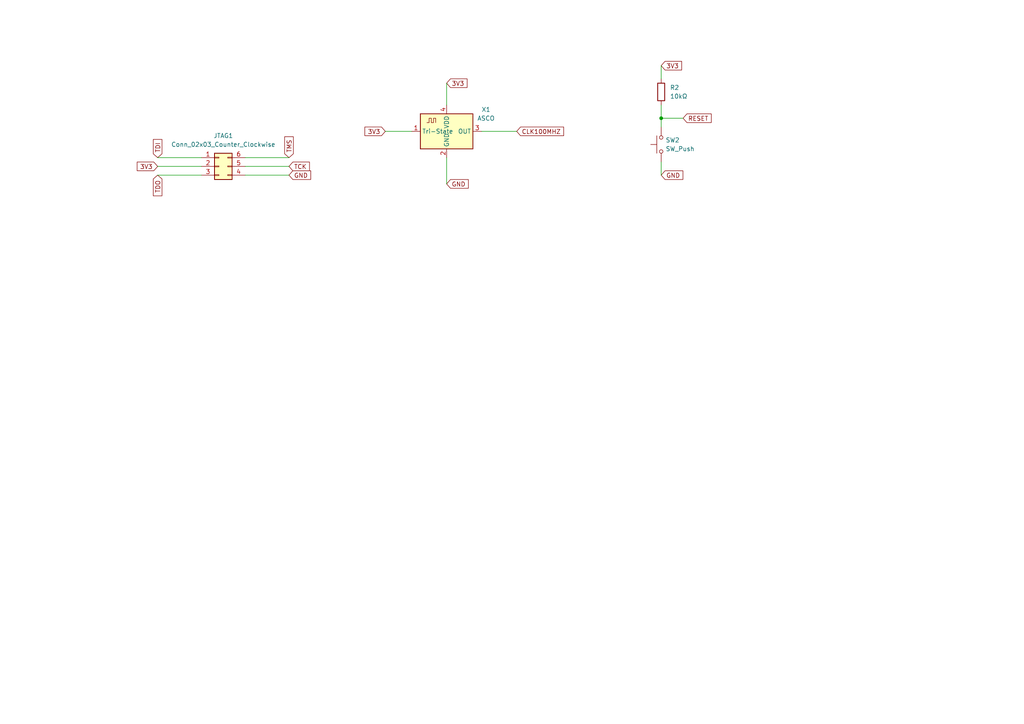
<source format=kicad_sch>
(kicad_sch (version 20231120) (generator "eeschema") (generator_version "8.0")
  (paper "A4")
  (lib_symbols
    (symbol "Connector_Generic:Conn_02x03_Counter_Clockwise" (pin_names (offset 1.016) hide)
      (property "Reference" "J" (at 1.27 5.08 0))
      (property "Value" "Conn_02x03_Counter_Clockwise" (at 1.27 -5.08 0))
      (symbol "Conn_02x03_Counter_Clockwise_1_1"
        (rectangle (start -1.27 -2.413) (end 0 -2.667) (stroke (width 0.1524)))
        (rectangle (start -1.27 0.127) (end 0 -0.127) (stroke (width 0.1524)))
        (rectangle (start -1.27 2.667) (end 0 2.413) (stroke (width 0.1524)))
        (rectangle (start -1.27 3.81) (end 3.81 -3.81) (stroke (width 0.254)) (fill (type background)))
        (rectangle (start 3.81 -2.413) (end 2.54 -2.667) (stroke (width 0.1524)))
        (rectangle (start 3.81 0.127) (end 2.54 -0.127) (stroke (width 0.1524)))
        (rectangle (start 3.81 2.667) (end 2.54 2.413) (stroke (width 0.1524)))
        (pin passive line (at -5.08 2.54 0) (length 3.81) (name "Pin_1") (number "1"))
        (pin passive line (at -5.08 0 0) (length 3.81) (name "Pin_2") (number "2"))
        (pin passive line (at -5.08 -2.54 0) (length 3.81) (name "Pin_3") (number "3"))
        (pin passive line (at 7.62 -2.54 180) (length 3.81) (name "Pin_4") (number "4"))
        (pin passive line (at 7.62 0 180) (length 3.81) (name "Pin_5") (number "5"))
        (pin passive line (at 7.62 2.54 180) (length 3.81) (name "Pin_6") (number "6"))
      )
    )
    (symbol "Device:R" (pin_numbers hide) (pin_names (offset 0))
      (property "Reference" "R" (at 2.032 0 90))
      (property "Value" "R" (at 0 0 90))
      (symbol "R_0_1"
        (rectangle (start -1.016 -2.54) (end 1.016 2.54) (stroke (width 0.254)))
      )
      (symbol "R_1_1"
        (pin passive line (at 0 3.81 270) (length 1.27) (name "~") (number "1"))
        (pin passive line (at 0 -3.81 90) (length 1.27) (name "~") (number "2"))
      )
    )
    (symbol "Oscillator:ASCO"
      (property "Reference" "X" (at -7.62 6.35 0))
      (property "Value" "ASCO" (at 1.27 -6.35 0))
      (symbol "ASCO_0_1"
        (rectangle (start -7.62 5.08) (end 7.62 -5.08) (stroke (width 0.254)) (fill (type background)))
        (polyline (pts (xy -5.715 2.54) (xy -5.08 2.54) (xy -5.08 3.81) (xy -4.445 3.81) (xy -4.445 2.54) (xy -3.81 2.54) (xy -3.81 3.81) (xy -3.175 3.81) (xy -3.175 2.54)))
      )
      (symbol "ASCO_1_1"
        (pin input line (at -10.16 0 0) (length 2.54) (name "Tri-State") (number "1"))
        (pin power_in line (at 0 -7.62 90) (length 2.54) (name "GND") (number "2"))
        (pin output line (at 10.16 0 180) (length 2.54) (name "OUT") (number "3"))
        (pin power_in line (at 0 7.62 270) (length 2.54) (name "VDD") (number "4"))
      )
    )
    (symbol "Switch:SW_Push" (pin_numbers hide) (pin_names (offset 1.016) hide)
      (property "Reference" "SW" (at 1.27 2.54 0))
      (property "Value" "SW_Push" (at 0 -1.524 0))
      (symbol "SW_Push_0_1"
        (circle (center -2.032 0) (radius 0.508))
        (polyline (pts (xy 0 1.27) (xy 0 3.048)))
        (polyline (pts (xy 2.54 1.27) (xy -2.54 1.27)))
        (circle (center 2.032 0) (radius 0.508))
        (pin passive line (at -5.08 0 0) (length 2.54) (name "1") (number "1"))
        (pin passive line (at 5.08 0 180) (length 2.54) (name "2") (number "2"))
      )
    )
  )
  (junction (at 191.77 34.29))
  (wire (pts (xy 45.72 45.72) (xy 58.42 45.72)))
  (wire (pts (xy 71.12 50.8) (xy 83.82 50.8)))
  (wire (pts (xy 71.12 48.26) (xy 83.82 48.26)))
  (wire (pts (xy 45.72 50.8) (xy 58.42 50.8)))
  (wire (pts (xy 111.76 38.1) (xy 119.38 38.1)))
  (wire (pts (xy 198.12 34.29) (xy 191.77 34.29)))
  (wire (pts (xy 129.54 24.13) (xy 129.54 30.48)))
  (wire (pts (xy 191.77 46.99) (xy 191.77 50.8)))
  (wire (pts (xy 45.72 48.26) (xy 58.42 48.26)))
  (wire (pts (xy 191.77 30.48) (xy 191.77 34.29)))
  (wire (pts (xy 129.54 45.72) (xy 129.54 53.34)))
  (wire (pts (xy 191.77 19.05) (xy 191.77 22.86)))
  (wire (pts (xy 191.77 34.29) (xy 191.77 36.83)))
  (wire (pts (xy 71.12 45.72) (xy 83.82 45.72)))
  (wire (pts (xy 139.7 38.1) (xy 149.86 38.1)))
  (global_label "GND" (shape input) (at 129.54 53.34 0) (property "Intersheetrefs" "${INTERSHEET_REFS}" (effects (hide yes))))
  (global_label "TDO" (shape input) (at 45.72 50.8 270) (property "Intersheetrefs" "${INTERSHEET_REFS}" (effects (hide yes))))
  (global_label "CLK100MHZ" (shape input) (at 149.86 38.1 0) (property "Intersheetrefs" "${INTERSHEET_REFS}" (effects (hide yes))))
  (global_label "GND" (shape input) (at 191.77 50.8 0) (property "Intersheetrefs" "${INTERSHEET_REFS}" (effects (hide yes))))
  (global_label "TMS" (shape input) (at 83.82 45.72 90) (property "Intersheetrefs" "${INTERSHEET_REFS}" (effects (hide yes))))
  (global_label "TCK" (shape input) (at 83.82 48.26 0) (property "Intersheetrefs" "${INTERSHEET_REFS}" (effects (hide yes))))
  (global_label "TDI" (shape input) (at 45.72 45.72 90) (property "Intersheetrefs" "${INTERSHEET_REFS}" (effects (hide yes))))
  (global_label "RESET" (shape input) (at 198.12 34.29 0) (property "Intersheetrefs" "${INTERSHEET_REFS}" (effects (hide yes))))
  (global_label "3V3" (shape input) (at 111.76 38.1 180) (property "Intersheetrefs" "${INTERSHEET_REFS}" (effects (hide yes))))
  (global_label "3V3" (shape input) (at 129.54 24.13 0) (property "Intersheetrefs" "${INTERSHEET_REFS}" (effects (hide yes))))
  (global_label "3V3" (shape input) (at 191.77 19.05 0) (property "Intersheetrefs" "${INTERSHEET_REFS}" (effects (hide yes))))
  (global_label "GND" (shape input) (at 83.82 50.8 0) (property "Intersheetrefs" "${INTERSHEET_REFS}" (effects (hide yes))))
  (global_label "3V3" (shape input) (at 45.72 48.26 180) (property "Intersheetrefs" "${INTERSHEET_REFS}" (effects (hide yes))))
  (symbol (lib_id "Connector_Generic:Conn_02x03_Counter_Clockwise") (at 63.5 48.26 0) (unit 1)
    (property "Reference" "JTAG1" (at 64.77 39.37 0))
    (property "Value" "Conn_02x03_Counter_Clockwise" (at 64.77 41.91 0))
    (property "Footprint" "Connector_PinHeader_2.54mm:PinHeader_2x03_P2.54mm_Vertical" (effects (hide yes)))
    (property "Description" "Generic connector, double row, 02x03, counter clockwise pin numbering scheme (similar to DIP package numbering), script generated (kicad-library-utils/schlib/autogen/connector/)" (effects (hide yes)))
  )
  (symbol (lib_id "Switch:SW_Push") (at 191.77 41.91 90) (unit 1)
    (property "Reference" "SW2" (at 193.04 40.6399 90) (effects (justify right)))
    (property "Value" "SW_Push" (at 193.04 43.1799 90) (effects (justify right)))
    (property "Footprint" "Button_Switch_THT:SW_PUSH_6mm_H5mm" (effects (hide yes)))
    (property "Description" "Push button switch, generic, two pins" (effects (hide yes)))
  )
  (symbol (lib_id "Oscillator:ASCO") (at 129.54 38.1 0) (unit 1)
    (property "Reference" "X1" (at 140.97 31.7814 0))
    (property "Value" "ASCO" (at 140.97 34.3214 0))
    (property "Footprint" "Oscillator:Oscillator_SMD_Abracon_ASCO-4Pin_1.6x1.2mm" (effects (hide yes)))
    (property "Datasheet" "https://abracon.com/Oscillators/ASCO.pdf" (effects (hide yes)))
    (property "Description" "Crystal Clock Oscillator, Abracon ASCO" (effects (hide yes)))
  )
  (symbol (lib_id "Device:R") (at 191.77 26.67 0) (unit 1)
    (property "Reference" "R2" (at 194.31 25.3999 0) (effects (justify left)))
    (property "Value" "10kΩ" (at 194.31 27.9399 0) (effects (justify left)))
    (property "Footprint" "Resistor_SMD:R_0805_2012Metric" (effects (hide yes)))
    (property "Description" "Resistor" (effects (hide yes)))
  )
)
</source>
